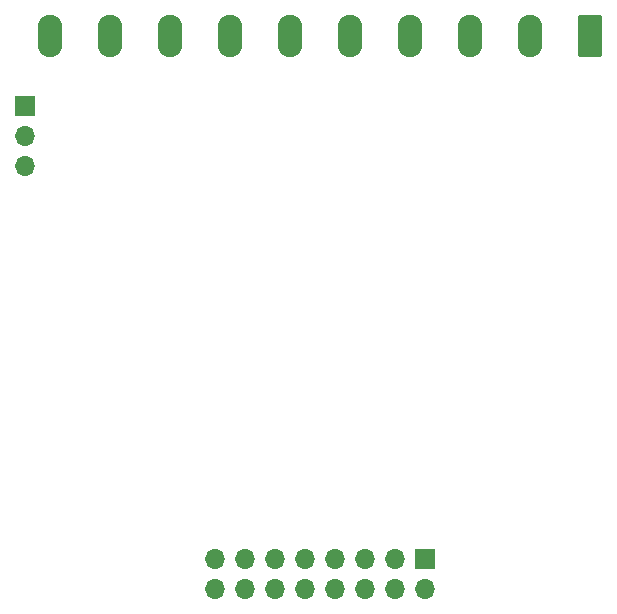
<source format=gbr>
%TF.GenerationSoftware,KiCad,Pcbnew,6.0.11+dfsg-1~bpo11+1*%
%TF.CreationDate,2023-04-06T13:57:54+02:00*%
%TF.ProjectId,dout-8_11,646f7574-2d38-45f3-9131-2e6b69636164,1.1*%
%TF.SameCoordinates,Original*%
%TF.FileFunction,Soldermask,Bot*%
%TF.FilePolarity,Negative*%
%FSLAX46Y46*%
G04 Gerber Fmt 4.6, Leading zero omitted, Abs format (unit mm)*
G04 Created by KiCad (PCBNEW 6.0.11+dfsg-1~bpo11+1) date 2023-04-06 13:57:54*
%MOMM*%
%LPD*%
G01*
G04 APERTURE LIST*
G04 Aperture macros list*
%AMRoundRect*
0 Rectangle with rounded corners*
0 $1 Rounding radius*
0 $2 $3 $4 $5 $6 $7 $8 $9 X,Y pos of 4 corners*
0 Add a 4 corners polygon primitive as box body*
4,1,4,$2,$3,$4,$5,$6,$7,$8,$9,$2,$3,0*
0 Add four circle primitives for the rounded corners*
1,1,$1+$1,$2,$3*
1,1,$1+$1,$4,$5*
1,1,$1+$1,$6,$7*
1,1,$1+$1,$8,$9*
0 Add four rect primitives between the rounded corners*
20,1,$1+$1,$2,$3,$4,$5,0*
20,1,$1+$1,$4,$5,$6,$7,0*
20,1,$1+$1,$6,$7,$8,$9,0*
20,1,$1+$1,$8,$9,$2,$3,0*%
G04 Aperture macros list end*
%ADD10R,1.700000X1.700000*%
%ADD11O,1.700000X1.700000*%
%ADD12RoundRect,0.249999X0.790001X1.550001X-0.790001X1.550001X-0.790001X-1.550001X0.790001X-1.550001X0*%
%ADD13O,2.080000X3.600000*%
G04 APERTURE END LIST*
D10*
%TO.C,J3*%
X128000000Y-76775000D03*
D11*
X128000000Y-79315000D03*
X128000000Y-81855000D03*
%TD*%
D10*
%TO.C,J1*%
X161890000Y-115120000D03*
D11*
X161890000Y-117660000D03*
X159350000Y-115120000D03*
X159350000Y-117660000D03*
X156810000Y-115120000D03*
X156810000Y-117660000D03*
X154270000Y-115120000D03*
X154270000Y-117660000D03*
X151730000Y-115120000D03*
X151730000Y-117660000D03*
X149190000Y-115120000D03*
X149190000Y-117660000D03*
X146650000Y-115120000D03*
X146650000Y-117660000D03*
X144110000Y-115120000D03*
X144110000Y-117660000D03*
%TD*%
D12*
%TO.C,J2*%
X175860000Y-70777500D03*
D13*
X170780000Y-70777500D03*
X165700000Y-70777500D03*
X160620000Y-70777500D03*
X155540000Y-70777500D03*
X150460000Y-70777500D03*
X145380000Y-70777500D03*
X140300000Y-70777500D03*
X135220000Y-70777500D03*
X130140000Y-70777500D03*
%TD*%
M02*

</source>
